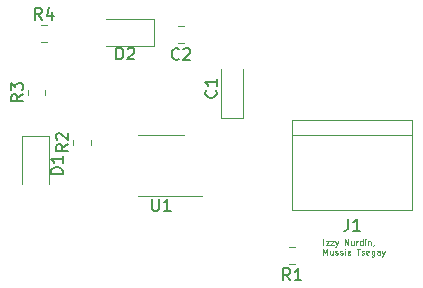
<source format=gbr>
%TF.GenerationSoftware,KiCad,Pcbnew,7.0.1-0*%
%TF.CreationDate,2023-04-21T23:39:25-07:00*%
%TF.ProjectId,Lab 2,4c616220-322e-46b6-9963-61645f706362,rev?*%
%TF.SameCoordinates,Original*%
%TF.FileFunction,Legend,Top*%
%TF.FilePolarity,Positive*%
%FSLAX46Y46*%
G04 Gerber Fmt 4.6, Leading zero omitted, Abs format (unit mm)*
G04 Created by KiCad (PCBNEW 7.0.1-0) date 2023-04-21 23:39:25*
%MOMM*%
%LPD*%
G01*
G04 APERTURE LIST*
%ADD10C,0.125000*%
%ADD11C,0.150000*%
%ADD12C,0.120000*%
G04 APERTURE END LIST*
D10*
X152519047Y-103268809D02*
X152519047Y-102768809D01*
X152709523Y-102935476D02*
X152971428Y-102935476D01*
X152971428Y-102935476D02*
X152709523Y-103268809D01*
X152709523Y-103268809D02*
X152971428Y-103268809D01*
X153114285Y-102935476D02*
X153376190Y-102935476D01*
X153376190Y-102935476D02*
X153114285Y-103268809D01*
X153114285Y-103268809D02*
X153376190Y-103268809D01*
X153519047Y-102935476D02*
X153638095Y-103268809D01*
X153757142Y-102935476D02*
X153638095Y-103268809D01*
X153638095Y-103268809D02*
X153590476Y-103387857D01*
X153590476Y-103387857D02*
X153566666Y-103411666D01*
X153566666Y-103411666D02*
X153519047Y-103435476D01*
X154328570Y-103268809D02*
X154328570Y-102768809D01*
X154328570Y-102768809D02*
X154614284Y-103268809D01*
X154614284Y-103268809D02*
X154614284Y-102768809D01*
X155066666Y-102935476D02*
X155066666Y-103268809D01*
X154852380Y-102935476D02*
X154852380Y-103197380D01*
X154852380Y-103197380D02*
X154876190Y-103245000D01*
X154876190Y-103245000D02*
X154923809Y-103268809D01*
X154923809Y-103268809D02*
X154995237Y-103268809D01*
X154995237Y-103268809D02*
X155042856Y-103245000D01*
X155042856Y-103245000D02*
X155066666Y-103221190D01*
X155304761Y-103268809D02*
X155304761Y-102935476D01*
X155304761Y-103030714D02*
X155328571Y-102983095D01*
X155328571Y-102983095D02*
X155352380Y-102959285D01*
X155352380Y-102959285D02*
X155399999Y-102935476D01*
X155399999Y-102935476D02*
X155447618Y-102935476D01*
X155828571Y-103268809D02*
X155828571Y-102768809D01*
X155828571Y-103245000D02*
X155780952Y-103268809D01*
X155780952Y-103268809D02*
X155685714Y-103268809D01*
X155685714Y-103268809D02*
X155638095Y-103245000D01*
X155638095Y-103245000D02*
X155614285Y-103221190D01*
X155614285Y-103221190D02*
X155590476Y-103173571D01*
X155590476Y-103173571D02*
X155590476Y-103030714D01*
X155590476Y-103030714D02*
X155614285Y-102983095D01*
X155614285Y-102983095D02*
X155638095Y-102959285D01*
X155638095Y-102959285D02*
X155685714Y-102935476D01*
X155685714Y-102935476D02*
X155780952Y-102935476D01*
X155780952Y-102935476D02*
X155828571Y-102959285D01*
X156066666Y-103268809D02*
X156066666Y-102935476D01*
X156066666Y-102768809D02*
X156042857Y-102792619D01*
X156042857Y-102792619D02*
X156066666Y-102816428D01*
X156066666Y-102816428D02*
X156090476Y-102792619D01*
X156090476Y-102792619D02*
X156066666Y-102768809D01*
X156066666Y-102768809D02*
X156066666Y-102816428D01*
X156304761Y-102935476D02*
X156304761Y-103268809D01*
X156304761Y-102983095D02*
X156328571Y-102959285D01*
X156328571Y-102959285D02*
X156376190Y-102935476D01*
X156376190Y-102935476D02*
X156447618Y-102935476D01*
X156447618Y-102935476D02*
X156495237Y-102959285D01*
X156495237Y-102959285D02*
X156519047Y-103006904D01*
X156519047Y-103006904D02*
X156519047Y-103268809D01*
X156780952Y-103245000D02*
X156780952Y-103268809D01*
X156780952Y-103268809D02*
X156757142Y-103316428D01*
X156757142Y-103316428D02*
X156733333Y-103340238D01*
X152519047Y-104078809D02*
X152519047Y-103578809D01*
X152519047Y-103578809D02*
X152685714Y-103935952D01*
X152685714Y-103935952D02*
X152852380Y-103578809D01*
X152852380Y-103578809D02*
X152852380Y-104078809D01*
X153304762Y-103745476D02*
X153304762Y-104078809D01*
X153090476Y-103745476D02*
X153090476Y-104007380D01*
X153090476Y-104007380D02*
X153114286Y-104055000D01*
X153114286Y-104055000D02*
X153161905Y-104078809D01*
X153161905Y-104078809D02*
X153233333Y-104078809D01*
X153233333Y-104078809D02*
X153280952Y-104055000D01*
X153280952Y-104055000D02*
X153304762Y-104031190D01*
X153519048Y-104055000D02*
X153566667Y-104078809D01*
X153566667Y-104078809D02*
X153661905Y-104078809D01*
X153661905Y-104078809D02*
X153709524Y-104055000D01*
X153709524Y-104055000D02*
X153733333Y-104007380D01*
X153733333Y-104007380D02*
X153733333Y-103983571D01*
X153733333Y-103983571D02*
X153709524Y-103935952D01*
X153709524Y-103935952D02*
X153661905Y-103912142D01*
X153661905Y-103912142D02*
X153590476Y-103912142D01*
X153590476Y-103912142D02*
X153542857Y-103888333D01*
X153542857Y-103888333D02*
X153519048Y-103840714D01*
X153519048Y-103840714D02*
X153519048Y-103816904D01*
X153519048Y-103816904D02*
X153542857Y-103769285D01*
X153542857Y-103769285D02*
X153590476Y-103745476D01*
X153590476Y-103745476D02*
X153661905Y-103745476D01*
X153661905Y-103745476D02*
X153709524Y-103769285D01*
X153923810Y-104055000D02*
X153971429Y-104078809D01*
X153971429Y-104078809D02*
X154066667Y-104078809D01*
X154066667Y-104078809D02*
X154114286Y-104055000D01*
X154114286Y-104055000D02*
X154138095Y-104007380D01*
X154138095Y-104007380D02*
X154138095Y-103983571D01*
X154138095Y-103983571D02*
X154114286Y-103935952D01*
X154114286Y-103935952D02*
X154066667Y-103912142D01*
X154066667Y-103912142D02*
X153995238Y-103912142D01*
X153995238Y-103912142D02*
X153947619Y-103888333D01*
X153947619Y-103888333D02*
X153923810Y-103840714D01*
X153923810Y-103840714D02*
X153923810Y-103816904D01*
X153923810Y-103816904D02*
X153947619Y-103769285D01*
X153947619Y-103769285D02*
X153995238Y-103745476D01*
X153995238Y-103745476D02*
X154066667Y-103745476D01*
X154066667Y-103745476D02*
X154114286Y-103769285D01*
X154352381Y-104078809D02*
X154352381Y-103745476D01*
X154352381Y-103578809D02*
X154328572Y-103602619D01*
X154328572Y-103602619D02*
X154352381Y-103626428D01*
X154352381Y-103626428D02*
X154376191Y-103602619D01*
X154376191Y-103602619D02*
X154352381Y-103578809D01*
X154352381Y-103578809D02*
X154352381Y-103626428D01*
X154780952Y-104055000D02*
X154733333Y-104078809D01*
X154733333Y-104078809D02*
X154638095Y-104078809D01*
X154638095Y-104078809D02*
X154590476Y-104055000D01*
X154590476Y-104055000D02*
X154566667Y-104007380D01*
X154566667Y-104007380D02*
X154566667Y-103816904D01*
X154566667Y-103816904D02*
X154590476Y-103769285D01*
X154590476Y-103769285D02*
X154638095Y-103745476D01*
X154638095Y-103745476D02*
X154733333Y-103745476D01*
X154733333Y-103745476D02*
X154780952Y-103769285D01*
X154780952Y-103769285D02*
X154804762Y-103816904D01*
X154804762Y-103816904D02*
X154804762Y-103864523D01*
X154804762Y-103864523D02*
X154566667Y-103912142D01*
X155328571Y-103578809D02*
X155614285Y-103578809D01*
X155471428Y-104078809D02*
X155471428Y-103578809D01*
X155757142Y-104055000D02*
X155804761Y-104078809D01*
X155804761Y-104078809D02*
X155899999Y-104078809D01*
X155899999Y-104078809D02*
X155947618Y-104055000D01*
X155947618Y-104055000D02*
X155971427Y-104007380D01*
X155971427Y-104007380D02*
X155971427Y-103983571D01*
X155971427Y-103983571D02*
X155947618Y-103935952D01*
X155947618Y-103935952D02*
X155899999Y-103912142D01*
X155899999Y-103912142D02*
X155828570Y-103912142D01*
X155828570Y-103912142D02*
X155780951Y-103888333D01*
X155780951Y-103888333D02*
X155757142Y-103840714D01*
X155757142Y-103840714D02*
X155757142Y-103816904D01*
X155757142Y-103816904D02*
X155780951Y-103769285D01*
X155780951Y-103769285D02*
X155828570Y-103745476D01*
X155828570Y-103745476D02*
X155899999Y-103745476D01*
X155899999Y-103745476D02*
X155947618Y-103769285D01*
X156376189Y-104055000D02*
X156328570Y-104078809D01*
X156328570Y-104078809D02*
X156233332Y-104078809D01*
X156233332Y-104078809D02*
X156185713Y-104055000D01*
X156185713Y-104055000D02*
X156161904Y-104007380D01*
X156161904Y-104007380D02*
X156161904Y-103816904D01*
X156161904Y-103816904D02*
X156185713Y-103769285D01*
X156185713Y-103769285D02*
X156233332Y-103745476D01*
X156233332Y-103745476D02*
X156328570Y-103745476D01*
X156328570Y-103745476D02*
X156376189Y-103769285D01*
X156376189Y-103769285D02*
X156399999Y-103816904D01*
X156399999Y-103816904D02*
X156399999Y-103864523D01*
X156399999Y-103864523D02*
X156161904Y-103912142D01*
X156828570Y-103745476D02*
X156828570Y-104150238D01*
X156828570Y-104150238D02*
X156804760Y-104197857D01*
X156804760Y-104197857D02*
X156780951Y-104221666D01*
X156780951Y-104221666D02*
X156733332Y-104245476D01*
X156733332Y-104245476D02*
X156661903Y-104245476D01*
X156661903Y-104245476D02*
X156614284Y-104221666D01*
X156828570Y-104055000D02*
X156780951Y-104078809D01*
X156780951Y-104078809D02*
X156685713Y-104078809D01*
X156685713Y-104078809D02*
X156638094Y-104055000D01*
X156638094Y-104055000D02*
X156614284Y-104031190D01*
X156614284Y-104031190D02*
X156590475Y-103983571D01*
X156590475Y-103983571D02*
X156590475Y-103840714D01*
X156590475Y-103840714D02*
X156614284Y-103793095D01*
X156614284Y-103793095D02*
X156638094Y-103769285D01*
X156638094Y-103769285D02*
X156685713Y-103745476D01*
X156685713Y-103745476D02*
X156780951Y-103745476D01*
X156780951Y-103745476D02*
X156828570Y-103769285D01*
X157280951Y-104078809D02*
X157280951Y-103816904D01*
X157280951Y-103816904D02*
X157257141Y-103769285D01*
X157257141Y-103769285D02*
X157209522Y-103745476D01*
X157209522Y-103745476D02*
X157114284Y-103745476D01*
X157114284Y-103745476D02*
X157066665Y-103769285D01*
X157280951Y-104055000D02*
X157233332Y-104078809D01*
X157233332Y-104078809D02*
X157114284Y-104078809D01*
X157114284Y-104078809D02*
X157066665Y-104055000D01*
X157066665Y-104055000D02*
X157042856Y-104007380D01*
X157042856Y-104007380D02*
X157042856Y-103959761D01*
X157042856Y-103959761D02*
X157066665Y-103912142D01*
X157066665Y-103912142D02*
X157114284Y-103888333D01*
X157114284Y-103888333D02*
X157233332Y-103888333D01*
X157233332Y-103888333D02*
X157280951Y-103864523D01*
X157471427Y-103745476D02*
X157590475Y-104078809D01*
X157709522Y-103745476D02*
X157590475Y-104078809D01*
X157590475Y-104078809D02*
X157542856Y-104197857D01*
X157542856Y-104197857D02*
X157519046Y-104221666D01*
X157519046Y-104221666D02*
X157471427Y-104245476D01*
D11*
%TO.C,C2*%
X140287073Y-87507380D02*
X140239454Y-87555000D01*
X140239454Y-87555000D02*
X140096597Y-87602619D01*
X140096597Y-87602619D02*
X140001359Y-87602619D01*
X140001359Y-87602619D02*
X139858502Y-87555000D01*
X139858502Y-87555000D02*
X139763264Y-87459761D01*
X139763264Y-87459761D02*
X139715645Y-87364523D01*
X139715645Y-87364523D02*
X139668026Y-87174047D01*
X139668026Y-87174047D02*
X139668026Y-87031190D01*
X139668026Y-87031190D02*
X139715645Y-86840714D01*
X139715645Y-86840714D02*
X139763264Y-86745476D01*
X139763264Y-86745476D02*
X139858502Y-86650238D01*
X139858502Y-86650238D02*
X140001359Y-86602619D01*
X140001359Y-86602619D02*
X140096597Y-86602619D01*
X140096597Y-86602619D02*
X140239454Y-86650238D01*
X140239454Y-86650238D02*
X140287073Y-86697857D01*
X140668026Y-86697857D02*
X140715645Y-86650238D01*
X140715645Y-86650238D02*
X140810883Y-86602619D01*
X140810883Y-86602619D02*
X141048978Y-86602619D01*
X141048978Y-86602619D02*
X141144216Y-86650238D01*
X141144216Y-86650238D02*
X141191835Y-86697857D01*
X141191835Y-86697857D02*
X141239454Y-86793095D01*
X141239454Y-86793095D02*
X141239454Y-86888333D01*
X141239454Y-86888333D02*
X141191835Y-87031190D01*
X141191835Y-87031190D02*
X140620407Y-87602619D01*
X140620407Y-87602619D02*
X141239454Y-87602619D01*
%TO.C,R1*%
X149693333Y-106252619D02*
X149360000Y-105776428D01*
X149121905Y-106252619D02*
X149121905Y-105252619D01*
X149121905Y-105252619D02*
X149502857Y-105252619D01*
X149502857Y-105252619D02*
X149598095Y-105300238D01*
X149598095Y-105300238D02*
X149645714Y-105347857D01*
X149645714Y-105347857D02*
X149693333Y-105443095D01*
X149693333Y-105443095D02*
X149693333Y-105585952D01*
X149693333Y-105585952D02*
X149645714Y-105681190D01*
X149645714Y-105681190D02*
X149598095Y-105728809D01*
X149598095Y-105728809D02*
X149502857Y-105776428D01*
X149502857Y-105776428D02*
X149121905Y-105776428D01*
X150645714Y-106252619D02*
X150074286Y-106252619D01*
X150360000Y-106252619D02*
X150360000Y-105252619D01*
X150360000Y-105252619D02*
X150264762Y-105395476D01*
X150264762Y-105395476D02*
X150169524Y-105490714D01*
X150169524Y-105490714D02*
X150074286Y-105538333D01*
%TO.C,J1*%
X154606666Y-101062619D02*
X154606666Y-101776904D01*
X154606666Y-101776904D02*
X154559047Y-101919761D01*
X154559047Y-101919761D02*
X154463809Y-102015000D01*
X154463809Y-102015000D02*
X154320952Y-102062619D01*
X154320952Y-102062619D02*
X154225714Y-102062619D01*
X155606666Y-102062619D02*
X155035238Y-102062619D01*
X155320952Y-102062619D02*
X155320952Y-101062619D01*
X155320952Y-101062619D02*
X155225714Y-101205476D01*
X155225714Y-101205476D02*
X155130476Y-101300714D01*
X155130476Y-101300714D02*
X155035238Y-101348333D01*
%TO.C,R2*%
X130883811Y-94747858D02*
X130407620Y-95081191D01*
X130883811Y-95319286D02*
X129883811Y-95319286D01*
X129883811Y-95319286D02*
X129883811Y-94938334D01*
X129883811Y-94938334D02*
X129931430Y-94843096D01*
X129931430Y-94843096D02*
X129979049Y-94795477D01*
X129979049Y-94795477D02*
X130074287Y-94747858D01*
X130074287Y-94747858D02*
X130217144Y-94747858D01*
X130217144Y-94747858D02*
X130312382Y-94795477D01*
X130312382Y-94795477D02*
X130360001Y-94843096D01*
X130360001Y-94843096D02*
X130407620Y-94938334D01*
X130407620Y-94938334D02*
X130407620Y-95319286D01*
X129979049Y-94366905D02*
X129931430Y-94319286D01*
X129931430Y-94319286D02*
X129883811Y-94224048D01*
X129883811Y-94224048D02*
X129883811Y-93985953D01*
X129883811Y-93985953D02*
X129931430Y-93890715D01*
X129931430Y-93890715D02*
X129979049Y-93843096D01*
X129979049Y-93843096D02*
X130074287Y-93795477D01*
X130074287Y-93795477D02*
X130169525Y-93795477D01*
X130169525Y-93795477D02*
X130312382Y-93843096D01*
X130312382Y-93843096D02*
X130883811Y-94414524D01*
X130883811Y-94414524D02*
X130883811Y-93795477D01*
%TO.C,D2*%
X134986905Y-87562619D02*
X134986905Y-86562619D01*
X134986905Y-86562619D02*
X135225000Y-86562619D01*
X135225000Y-86562619D02*
X135367857Y-86610238D01*
X135367857Y-86610238D02*
X135463095Y-86705476D01*
X135463095Y-86705476D02*
X135510714Y-86800714D01*
X135510714Y-86800714D02*
X135558333Y-86991190D01*
X135558333Y-86991190D02*
X135558333Y-87134047D01*
X135558333Y-87134047D02*
X135510714Y-87324523D01*
X135510714Y-87324523D02*
X135463095Y-87419761D01*
X135463095Y-87419761D02*
X135367857Y-87515000D01*
X135367857Y-87515000D02*
X135225000Y-87562619D01*
X135225000Y-87562619D02*
X134986905Y-87562619D01*
X135939286Y-86657857D02*
X135986905Y-86610238D01*
X135986905Y-86610238D02*
X136082143Y-86562619D01*
X136082143Y-86562619D02*
X136320238Y-86562619D01*
X136320238Y-86562619D02*
X136415476Y-86610238D01*
X136415476Y-86610238D02*
X136463095Y-86657857D01*
X136463095Y-86657857D02*
X136510714Y-86753095D01*
X136510714Y-86753095D02*
X136510714Y-86848333D01*
X136510714Y-86848333D02*
X136463095Y-86991190D01*
X136463095Y-86991190D02*
X135891667Y-87562619D01*
X135891667Y-87562619D02*
X136510714Y-87562619D01*
%TO.C,D1*%
X130437619Y-97258094D02*
X129437619Y-97258094D01*
X129437619Y-97258094D02*
X129437619Y-97019999D01*
X129437619Y-97019999D02*
X129485238Y-96877142D01*
X129485238Y-96877142D02*
X129580476Y-96781904D01*
X129580476Y-96781904D02*
X129675714Y-96734285D01*
X129675714Y-96734285D02*
X129866190Y-96686666D01*
X129866190Y-96686666D02*
X130009047Y-96686666D01*
X130009047Y-96686666D02*
X130199523Y-96734285D01*
X130199523Y-96734285D02*
X130294761Y-96781904D01*
X130294761Y-96781904D02*
X130390000Y-96877142D01*
X130390000Y-96877142D02*
X130437619Y-97019999D01*
X130437619Y-97019999D02*
X130437619Y-97258094D01*
X130437619Y-95734285D02*
X130437619Y-96305713D01*
X130437619Y-96019999D02*
X129437619Y-96019999D01*
X129437619Y-96019999D02*
X129580476Y-96115237D01*
X129580476Y-96115237D02*
X129675714Y-96210475D01*
X129675714Y-96210475D02*
X129723333Y-96305713D01*
%TO.C,R3*%
X127062619Y-90520794D02*
X126586428Y-90854127D01*
X127062619Y-91092222D02*
X126062619Y-91092222D01*
X126062619Y-91092222D02*
X126062619Y-90711270D01*
X126062619Y-90711270D02*
X126110238Y-90616032D01*
X126110238Y-90616032D02*
X126157857Y-90568413D01*
X126157857Y-90568413D02*
X126253095Y-90520794D01*
X126253095Y-90520794D02*
X126395952Y-90520794D01*
X126395952Y-90520794D02*
X126491190Y-90568413D01*
X126491190Y-90568413D02*
X126538809Y-90616032D01*
X126538809Y-90616032D02*
X126586428Y-90711270D01*
X126586428Y-90711270D02*
X126586428Y-91092222D01*
X126062619Y-90187460D02*
X126062619Y-89568413D01*
X126062619Y-89568413D02*
X126443571Y-89901746D01*
X126443571Y-89901746D02*
X126443571Y-89758889D01*
X126443571Y-89758889D02*
X126491190Y-89663651D01*
X126491190Y-89663651D02*
X126538809Y-89616032D01*
X126538809Y-89616032D02*
X126634047Y-89568413D01*
X126634047Y-89568413D02*
X126872142Y-89568413D01*
X126872142Y-89568413D02*
X126967380Y-89616032D01*
X126967380Y-89616032D02*
X127015000Y-89663651D01*
X127015000Y-89663651D02*
X127062619Y-89758889D01*
X127062619Y-89758889D02*
X127062619Y-90044603D01*
X127062619Y-90044603D02*
X127015000Y-90139841D01*
X127015000Y-90139841D02*
X126967380Y-90187460D01*
%TO.C,R4*%
X128692141Y-84177619D02*
X128358808Y-83701428D01*
X128120713Y-84177619D02*
X128120713Y-83177619D01*
X128120713Y-83177619D02*
X128501665Y-83177619D01*
X128501665Y-83177619D02*
X128596903Y-83225238D01*
X128596903Y-83225238D02*
X128644522Y-83272857D01*
X128644522Y-83272857D02*
X128692141Y-83368095D01*
X128692141Y-83368095D02*
X128692141Y-83510952D01*
X128692141Y-83510952D02*
X128644522Y-83606190D01*
X128644522Y-83606190D02*
X128596903Y-83653809D01*
X128596903Y-83653809D02*
X128501665Y-83701428D01*
X128501665Y-83701428D02*
X128120713Y-83701428D01*
X129549284Y-83510952D02*
X129549284Y-84177619D01*
X129311189Y-83130000D02*
X129073094Y-83844285D01*
X129073094Y-83844285D02*
X129692141Y-83844285D01*
%TO.C,C1*%
X143397380Y-90169166D02*
X143445000Y-90216785D01*
X143445000Y-90216785D02*
X143492619Y-90359642D01*
X143492619Y-90359642D02*
X143492619Y-90454880D01*
X143492619Y-90454880D02*
X143445000Y-90597737D01*
X143445000Y-90597737D02*
X143349761Y-90692975D01*
X143349761Y-90692975D02*
X143254523Y-90740594D01*
X143254523Y-90740594D02*
X143064047Y-90788213D01*
X143064047Y-90788213D02*
X142921190Y-90788213D01*
X142921190Y-90788213D02*
X142730714Y-90740594D01*
X142730714Y-90740594D02*
X142635476Y-90692975D01*
X142635476Y-90692975D02*
X142540238Y-90597737D01*
X142540238Y-90597737D02*
X142492619Y-90454880D01*
X142492619Y-90454880D02*
X142492619Y-90359642D01*
X142492619Y-90359642D02*
X142540238Y-90216785D01*
X142540238Y-90216785D02*
X142587857Y-90169166D01*
X143492619Y-89216785D02*
X143492619Y-89788213D01*
X143492619Y-89502499D02*
X142492619Y-89502499D01*
X142492619Y-89502499D02*
X142635476Y-89597737D01*
X142635476Y-89597737D02*
X142730714Y-89692975D01*
X142730714Y-89692975D02*
X142778333Y-89788213D01*
%TO.C,U1*%
X138020595Y-99382619D02*
X138020595Y-100192142D01*
X138020595Y-100192142D02*
X138068214Y-100287380D01*
X138068214Y-100287380D02*
X138115833Y-100335000D01*
X138115833Y-100335000D02*
X138211071Y-100382619D01*
X138211071Y-100382619D02*
X138401547Y-100382619D01*
X138401547Y-100382619D02*
X138496785Y-100335000D01*
X138496785Y-100335000D02*
X138544404Y-100287380D01*
X138544404Y-100287380D02*
X138592023Y-100192142D01*
X138592023Y-100192142D02*
X138592023Y-99382619D01*
X139592023Y-100382619D02*
X139020595Y-100382619D01*
X139306309Y-100382619D02*
X139306309Y-99382619D01*
X139306309Y-99382619D02*
X139211071Y-99525476D01*
X139211071Y-99525476D02*
X139115833Y-99620714D01*
X139115833Y-99620714D02*
X139020595Y-99668333D01*
D12*
%TO.C,C2*%
X140714992Y-86195000D02*
X140192488Y-86195000D01*
X140714992Y-84725000D02*
X140192488Y-84725000D01*
%TO.C,R1*%
X150087064Y-104875000D02*
X149632936Y-104875000D01*
X150087064Y-103405000D02*
X149632936Y-103405000D01*
%TO.C,J1*%
X149860000Y-92710000D02*
X149860000Y-100330000D01*
X149860000Y-93980000D02*
X160020000Y-93980000D01*
X149860000Y-100330000D02*
X160020000Y-100330000D01*
X160020000Y-92710000D02*
X149860000Y-92710000D01*
X160020000Y-100330000D02*
X160020000Y-92710000D01*
%TO.C,R2*%
X131336192Y-94808256D02*
X131336192Y-94354128D01*
X132806192Y-94808256D02*
X132806192Y-94354128D01*
%TO.C,D2*%
X138185000Y-86415000D02*
X138185000Y-84145000D01*
X138185000Y-84145000D02*
X134125000Y-84145000D01*
X134125000Y-86415000D02*
X138185000Y-86415000D01*
%TO.C,D1*%
X129290000Y-94060000D02*
X127020000Y-94060000D01*
X127020000Y-94060000D02*
X127020000Y-98120000D01*
X129290000Y-98120000D02*
X129290000Y-94060000D01*
%TO.C,R3*%
X127515000Y-90581192D02*
X127515000Y-90127064D01*
X128985000Y-90581192D02*
X128985000Y-90127064D01*
%TO.C,R4*%
X128631744Y-84630000D02*
X129085872Y-84630000D01*
X128631744Y-86100000D02*
X129085872Y-86100000D01*
%TO.C,C1*%
X143845000Y-92487500D02*
X145715000Y-92487500D01*
X145715000Y-92487500D02*
X145715000Y-88402500D01*
X143845000Y-88402500D02*
X143845000Y-92487500D01*
%TO.C,U1*%
X138782500Y-99080000D02*
X142232500Y-99080000D01*
X138782500Y-99080000D02*
X136832500Y-99080000D01*
X138782500Y-93960000D02*
X140732500Y-93960000D01*
X138782500Y-93960000D02*
X136832500Y-93960000D01*
%TD*%
M02*

</source>
